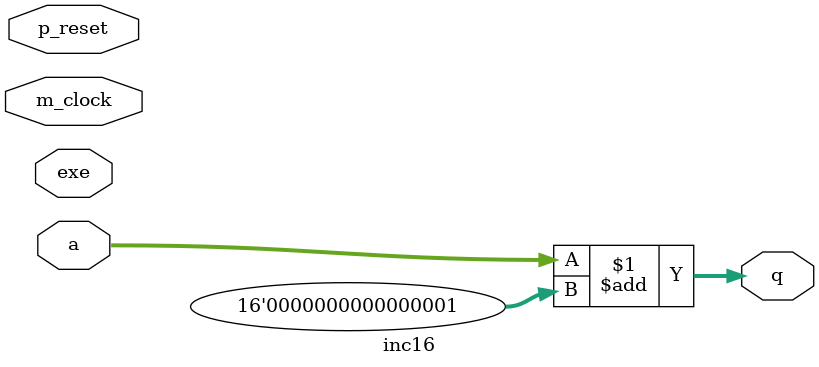
<source format=v>
/*
 Produced by NSL Core(version=20151214), IP ARCH, Inc. Tue Mar 29 22:50:00 2016
 Licensed to :EVALUATION USER
*/
/*
 DO NOT USE ANY PART OF THIS FILE FOR COMMERCIAL PRODUCTS. 
*/

module comet ( p_reset , m_clock , datai , datao , adrs , memory_read , memory_write , hlt , start , ext_int );
  input p_reset, m_clock;
  wire p_reset, m_clock;
  input [15:0] datai;
  wire [15:0] datai;
  output [15:0] datao;
  wire [15:0] datao;
  output [15:0] adrs;
  wire [15:0] adrs;
  output memory_read;
  wire memory_read;
  output memory_write;
  wire memory_write;
  output hlt;
  wire hlt;
  input start;
  wire start;
  input ext_int;
  wire ext_int;
  reg [15:0] pr;
  reg [3:0] _opreg_r2;
  reg [3:0] _opreg_r1;
  reg [3:0] _opreg_sop;
  reg [3:0] _opreg_mop;
  reg [15:0] mar;
  reg [15:0] mdr;
  reg [3:0] regnum;
  reg qf;
  reg oof;
  reg sf;
  reg zf;
  reg ei0;
  reg ei1;
  reg ei2;
  wire [15:0] flag;
  wire [15:0] flagi;
  wire set_flag;
  reg ifetch;
  reg decode;
  reg oaddr;
  reg oload;
  reg exec;
  reg wb;
  reg wt;
  reg push;
  reg pop;
  reg call;
  reg ret;
  reg svc;
  reg reti;
  reg int_req;
  reg pushf;
  reg popf;
  wire [7:0] op;
  wire br;
  wire [15:0] _alu_a;
  wire [15:0] _alu_b;
  wire [3:0] _alu_f;
  wire [15:0] _alu_q;
  wire _alu_ov;
  wire _alu_exe;
  wire _alu_p_reset;
  wire _alu_m_clock;
  wire [15:0] _gr_regin;
  wire [15:0] _gr_regouta;
  wire [15:0] _gr_regoutb;
  wire [3:0] _gr_n_regin;
  wire [3:0] _gr_n_regouta;
  wire [3:0] _gr_n_regoutb;
  wire _gr_write;
  wire _gr_reada;
  wire _gr_readb;
  wire _gr_p_reset;
  wire _gr_m_clock;
  wire [15:0] _inc_a;
  wire [15:0] _inc_q;
  wire _inc_exe;
  wire _inc_p_reset;
  wire _inc_m_clock;
  wire _proc_ifetch_set;
  wire _proc_ifetch_reset;
  wire _net_0;
  wire _proc_decode_set;
  wire _proc_decode_reset;
  wire _net_1;
  wire _proc_oaddr_set;
  wire _proc_oaddr_reset;
  wire _net_2;
  wire _proc_oload_set;
  wire _proc_oload_reset;
  wire _net_3;
  wire _proc_exec_set;
  wire _proc_exec_reset;
  wire _net_4;
  wire _proc_wb_set;
  wire _proc_wb_reset;
  wire _net_5;
  wire _proc_wt_set;
  wire _proc_wt_reset;
  wire _net_6;
  wire _proc_popf_set;
  wire _proc_popf_reset;
  wire _net_7;
  wire _proc_pushf_set;
  wire _proc_pushf_reset;
  wire _net_8;
  wire _proc_int_req_set;
  wire _proc_int_req_reset;
  wire _net_9;
  wire _proc_reti_set;
  wire _proc_reti_reset;
  wire _net_10;
  wire _proc_svc_set;
  wire _proc_svc_reset;
  wire _net_11;
  wire _proc_ret_set;
  wire _proc_ret_reset;
  wire _net_12;
  wire _proc_call_set;
  wire _proc_call_reset;
  wire _net_13;
  wire _proc_pop_set;
  wire _proc_pop_reset;
  wire _net_14;
  wire _proc_push_set;
  wire _proc_push_reset;
  wire _net_15;
  wire [3:0] _net_16;
  wire _net_17;
  wire _net_18;
  wire _net_19;
  wire _net_20;
  wire _net_21;
  wire _net_22;
  wire _net_23;
  wire [15:0] _net_24;
  wire _net_25;
  wire _net_26;
  wire _net_27;
  wire _net_28;
  wire _net_29;
  wire _net_30;
  wire _net_31;
  wire _net_32;
  wire _net_33;
  wire _net_34;
  wire _net_35;
  wire _net_36;
  wire _net_37;
  wire _net_38;
  wire _net_39;
  wire _net_40;
  wire _net_41;
  wire _net_42;
  wire _net_43;
  wire _net_44;
  wire _net_45;
  wire _net_46;
  wire _net_47;
  wire _net_48;
  wire _net_49;
  wire _net_50;
  wire _net_51;
  wire _net_52;
  wire _net_53;
  wire _net_54;
  wire _net_55;
  wire _net_56;
  wire _net_57;
  wire _net_58;
  wire _net_59;
  wire _net_60;
  wire _net_61;
  wire _net_62;
  wire _net_63;
  wire _net_64;
  wire _net_65;
  wire _net_66;
  wire _net_67;
  wire _net_68;
  wire _net_69;
  wire _net_70;
  wire _net_71;
  wire _net_72;
  wire _net_73;
  wire _net_74;
  wire _net_75;
  wire _net_76;
  wire _net_77;
  wire _net_78;
  wire _net_79;
  wire _net_80;
  wire _net_81;
  wire _net_82;
  wire _net_83;
  wire _net_84;
  wire _net_85;
  wire _net_86;
  wire _net_87;
  wire _net_88;
  wire _net_89;
  wire _net_90;
  wire _net_91;
  wire _net_92;
  wire _net_93;
  wire _net_94;
  wire _net_95;
  wire _net_96;
  wire _net_97;
  wire _net_98;
  wire _net_99;
  wire _net_100;
  wire _net_101;
  wire _net_102;
  wire _net_103;
  wire _net_104;
  wire _net_105;
  wire _net_106;
  wire _net_107;
  wire _net_108;
  wire _net_109;
  wire _net_110;
  wire _net_111;
  wire _net_112;
  wire _net_113;
  wire _net_114;
  wire _net_115;
  wire _net_116;
  wire _net_117;
  wire _net_118;
  wire _net_119;
  wire _net_120;
  wire _net_121;
  wire _net_122;
  wire _net_123;
  wire [7:0] _net_124;
  wire _net_125;
  wire _net_126;
  wire _net_127;
  wire _net_128;
  wire _net_129;
  wire _net_130;
  wire _net_131;
  wire _net_132;
  wire _net_133;
  wire _net_134;
  wire _net_135;
  wire _net_136;
  wire _net_137;
  wire _net_138;
  wire _net_139;
  wire _net_140;
  wire _net_141;
  wire _net_142;
  wire _net_143;
  wire _net_144;
  wire _net_145;
  wire _net_146;
  wire _net_147;
  wire _net_148;
  wire _net_149;
  wire _net_150;
  wire _net_151;
  wire _net_152;
  wire _net_153;
  wire _net_154;
  wire _net_155;
  wire _net_156;
  wire _net_157;
  wire _net_158;
  wire _net_159;
  wire _net_160;
  wire _net_161;
  wire _net_162;
  wire _net_163;
  wire _net_164;
  wire _net_165;
  wire _net_166;
  wire _net_167;
  wire _net_168;
  wire _net_169;
  wire _net_170;
  wire _net_171;
  wire _net_172;
  wire _net_173;
  wire _net_174;
  wire _net_175;
  wire _net_176;
  wire _net_177;
  wire _net_178;
  wire _net_179;
  wire _net_180;
  wire _net_181;
  wire _net_182;
  wire _net_183;
  wire _net_184;
  wire _net_185;
  wire _net_186;
  wire _net_187;
  wire _net_188;
  wire _net_189;
  wire _net_190;
  wire _net_191;
  wire _net_192;
  wire _net_193;
  wire _net_194;
  wire _net_195;
  wire _net_196;
  wire _net_197;
  wire _net_198;
  wire _net_199;
  wire _net_200;
  wire _net_201;
  wire _net_202;
  wire _net_203;
  wire _net_204;
  wire _net_205;
  wire _net_206;
  wire _net_207;
  wire _net_208;
  wire _net_209;
  wire _net_210;
  wire _net_211;
  wire _net_212;
  wire _net_213;
  wire _net_214;
  wire _net_215;
  wire _net_216;
  wire _net_217;
  wire _net_218;
  wire _net_219;
  wire _net_220;
  wire _net_221;
  wire _net_222;
  wire _net_223;
  wire _net_224;
  wire _net_225;
  wire _net_226;
  wire _net_227;
  wire _net_228;
  wire _net_229;
  wire _net_230;
  wire _net_231;
  wire _net_232;
  wire _net_233;
  wire _net_234;
  wire _net_235;
  wire _net_236;
  wire _net_237;
  wire _net_238;
  wire _net_239;
  wire _net_240;
  wire _net_241;
  wire _net_242;
  wire _net_243;
  wire _net_244;
  wire _net_245;
  wire _net_246;
  wire _net_247;
  wire _net_248;
  wire _net_249;
  wire _net_250;
  wire _net_251;
  wire _net_252;
  wire _net_253;
  wire _net_254;
  wire _net_255;
  wire _net_256;
  wire _net_257;
  wire _net_258;
  wire _net_259;
  wire _net_260;
  wire _net_261;
  wire _net_262;
  wire _net_263;
  wire _net_264;
  wire _net_265;
  wire _net_266;
  wire _net_267;
  wire _net_268;
  wire _net_269;
  wire _net_270;
  wire _net_271;
  wire _net_272;
  wire _net_273;
  wire _net_274;
  wire _net_275;
  wire _net_276;
  wire _net_277;
  wire _net_278;
  wire _net_279;
  wire _net_280;
  wire _net_281;
  wire _net_282;
  wire _net_283;
  wire _net_284;
  wire _net_285;
  wire _net_286;
  wire _net_287;
  wire _net_288;
  wire _net_289;
  wire _net_290;
  wire _net_291;
  wire _net_292;
  wire _net_293;
  wire _net_294;
  wire _net_295;
  wire _net_296;
  wire _net_297;
  wire _net_298;
  wire _net_299;
  wire _net_300;
  wire _net_301;
  wire _net_302;
  wire _net_303;
  wire _net_304;
  wire _net_305;
  wire _net_306;
  reg _reg_307;
  reg _reg_308;
  reg _reg_309;
  wire _net_310;
  wire _net_311;
  wire _net_312;
  wire _net_313;
  wire _net_314;
  wire _net_315;
  wire _net_316;
  wire _net_317;
  wire _net_318;
  wire _net_319;
  wire _net_320;
  wire _net_321;
  wire _net_322;
  wire _net_323;
  reg _reg_324;
  reg _reg_325;
  reg _reg_326;
  wire _net_327;
  wire _net_328;
  wire _net_329;
  wire _net_330;
  wire _net_331;
  wire _net_332;
  wire _net_333;
  wire _net_334;
  wire _net_335;
  wire _net_336;
  wire _net_337;
  wire _net_338;
  reg _reg_339;
  reg _reg_340;
  reg _reg_341;
  wire _net_342;
  wire _net_343;
  wire _net_344;
  wire _net_345;
  wire _net_346;
  wire _net_347;
  wire _net_348;
  wire _net_349;
  wire _net_350;
  wire _net_351;
  wire _net_352;
  wire _net_353;
  wire _net_354;
  wire _net_355;
  reg _reg_356;
  reg _reg_357;
  reg _reg_358;
  wire _net_359;
  wire _net_360;
  wire _net_361;
  wire _net_362;
  wire _net_363;
  wire _net_364;
  wire _net_365;
  wire _net_366;
  wire _net_367;
  wire _net_368;
  wire _net_369;
  wire _net_370;
  wire _net_371;
  wire _net_372;
  wire _net_373;
  reg _reg_374;
  reg _reg_375;
  reg _reg_376;
  wire _net_377;
  wire _net_378;
  wire _net_379;
  wire _net_380;
  wire _net_381;
  wire _net_382;
  wire _net_383;
  wire _net_384;
  wire _net_385;
  wire _net_386;
  wire _net_387;
  wire _net_388;
  wire _net_389;
  wire _net_390;
  reg _reg_391;
  reg _reg_392;
  reg _reg_393;
  wire _net_394;
  wire _net_395;
  wire _net_396;
  wire _net_397;
  wire _net_398;
  wire _net_399;
  wire _net_400;
  wire _net_401;
  wire _net_402;
  wire _net_403;
  wire _net_404;
  wire _net_405;
  wire _net_406;
  wire _net_407;
  reg _reg_408;
  reg _reg_409;
  reg _reg_410;
  reg _reg_411;
  reg _reg_412;
  reg _reg_413;
  wire _net_414;
  wire _net_415;
  wire _net_416;
  wire _net_417;
  wire _net_418;
  wire _net_419;
  wire _net_420;
  wire _net_421;
  wire _net_422;
  wire _net_423;
  wire _net_424;
  wire _net_425;
  wire _net_426;
  wire _net_427;
  wire _net_428;
  wire _net_429;
  wire _net_430;
  wire _net_431;
  wire _net_432;
  wire _net_433;
  wire _net_434;
  wire _net_435;
  wire _net_436;
  wire _net_437;
  wire _net_438;
  wire _net_439;
  wire _net_440;
  wire _net_441;
  wire _net_442;
  wire _net_443;
  wire _net_444;
  wire _net_445;
  wire _net_446;
  wire _net_447;
  reg _reg_448;
  reg _reg_449;
  reg _reg_450;
  wire _net_451;
  wire _net_452;
  wire _net_453;
  wire _net_454;
  wire _net_455;
  wire _net_456;
  wire _net_457;
  wire _net_458;
  wire _net_459;
  wire _net_460;
  wire _net_461;
  wire _net_462;
  wire _net_463;
  wire _net_464;
  wire _net_465;
  wire _net_466;
  wire _net_467;
  wire _net_468;
  wire _net_469;
  wire _net_470;
  wire _net_471;
  wire _net_472;
  wire _net_473;
  wire _net_474;
  wire _net_475;
  wire _net_476;
  wire _net_477;
  reg _reg_478;
  reg _reg_479;
  reg _reg_480;
  reg _reg_481;
  reg _reg_482;
  wire _net_483;
  wire _net_484;
  wire _net_485;
  wire _net_486;
  wire _net_487;
  wire _net_488;
  wire _net_489;
  wire _net_490;
  wire _net_491;
  wire _net_492;
  wire _net_493;
  wire _net_494;
  wire _net_495;
  wire _net_496;
  wire _net_497;
  wire _net_498;
  wire _net_499;
  wire _net_500;
  wire _net_501;
  wire _net_502;
  wire _net_503;
  wire _net_504;
  wire _net_505;
  wire _net_506;
  wire _net_507;
  wire _net_508;
  wire _net_509;
  wire _net_510;
  wire _net_511;
inc16 inc (.m_clock(m_clock), .p_reset(p_reset), .exe(_inc_exe), .q(_inc_q), .a(_inc_a));
reg16 gr (.m_clock(m_clock), .p_reset(p_reset), .readb(_gr_readb), .reada(_gr_reada), .write(_gr_write), .n_regoutb(_gr_n_regoutb), .n_regouta(_gr_n_regouta), .n_regin(_gr_n_regin), .regoutb(_gr_regoutb), .regouta(_gr_regouta), .regin(_gr_regin));
alu16 alu (.m_clock(m_clock), .p_reset(p_reset), .exe(_alu_exe), .ov(_alu_ov), .q(_alu_q), .f(_alu_f), .b(_alu_b), .a(_alu_a));

   assign  flag = ({1'b1,qf,11'b00000000000,oof,sf,zf});
   assign  flagi = datai;
   assign  set_flag = (_net_454|_net_365);
   assign  op = _net_124;
   assign  br = ((((((_opreg_sop==4'b0100)|((_opreg_sop==4'b0001)&sf))|((_opreg_sop==4'b0010)&(~zf)))|((_opreg_sop==4'b0011)&zf))|(((_opreg_sop==4'b0101)&(~zf))&(~sf)))|((_opreg_sop==4'b0110)&oof));
   assign  _alu_a = (((_net_505|(_net_497|(_net_469|(_net_461|(_net_440|(_net_432|(_net_423|(_net_398|(_net_386|(_net_363|(_net_351|(_net_331|_net_319)))))))))))))?_gr_regouta:16'b0)|
    (((_net_295|(_net_285|(_net_275|(_net_265|(_net_255|(_net_245|(_net_235|(_net_225|(_net_215|(_net_205|(_net_195|(_net_185|_net_175)))))))))))))?mdr:16'b0)|
    ((_net_134)?pr:16'b0)|
    (((_net_85|_net_70))?mar:16'b0);
   assign  _alu_b = (((_net_422|(_net_294|(_net_284|(_net_274|(_net_264|(_net_254|(_net_244|(_net_234|(_net_224|(_net_214|(_net_204|(_net_194|(_net_184|_net_174))))))))))))))?mar:16'b0)|
    (((_net_505|(_net_497|(_net_469|(_net_461|(_net_440|(_net_432|(_net_398|(_net_386|(_net_363|(_net_351|(_net_331|(_net_319|_net_133)))))))))))))?16'b0000000000000001:16'b0)|
    (((_net_84|_net_69))?mdr:16'b0);
   assign  _alu_f = ((_net_296)?4'b0001:4'b0)|
    ((_net_256)?4'b0101:4'b0)|
    ((_net_246)?4'b0110:4'b0)|
    ((_net_236)?4'b0111:4'b0)|
    (((_net_286|_net_226))?4'b0010:4'b0)|
    ((_net_206)?4'b1000:4'b0)|
    ((_net_196)?4'b1001:4'b0)|
    ((_net_186)?4'b1010:4'b0)|
    ((_net_176)?4'b1011:4'b0)|
    (((_net_505|(_net_497|(_net_440|(_net_432|(_net_386|(_net_351|(_net_319|(_net_266|(_net_216|_net_135))))))))))?4'b0100:4'b0)|
    (((_net_469|(_net_461|(_net_424|(_net_398|(_net_363|(_net_331|(_net_276|(_net_86|_net_71)))))))))?4'b0011:4'b0);
   assign  _alu_exe = (_net_505|(_net_497|(_net_469|(_net_461|(_net_440|(_net_432|(_net_421|(_net_398|(_net_386|(_net_363|(_net_351|(_net_331|(_net_319|(_net_293|(_net_283|(_net_273|(_net_263|(_net_253|(_net_243|(_net_233|(_net_223|(_net_213|(_net_203|(_net_193|(_net_183|(_net_173|(_net_132|(_net_83|_net_68))))))))))))))))))))))))))));
   assign  _alu_p_reset = p_reset;
   assign  _alu_m_clock = m_clock;
   assign  _gr_regin = ((wb)?mdr:16'b0)|
    ((_net_334)?datai:16'b0)|
    (((_net_505|(_net_497|(_net_469|(_net_461|(_net_440|(_net_432|(_net_398|(_net_386|(_net_363|(_net_351|(_net_331|_net_319))))))))))))?_alu_q:16'b0)|
    ((_net_92)?mar:16'b0);
   assign  _gr_n_regin = ((wb)?regnum:4'b0)|
    (((_net_506|(_net_498|(_net_470|(_net_462|(_net_441|(_net_433|(_net_399|(_net_387|(_net_364|(_net_352|(_net_332|_net_320))))))))))))?4'b1111:4'b0)|
    (((_net_335|_net_93))?_opreg_r1:4'b0);
   assign  _gr_n_regouta = (((_net_486|_net_420))?4'b1110:4'b0)|
    (((_net_505|(_net_502|(_net_497|(_net_494|(_net_464|(_net_456|(_net_440|(_net_437|(_net_432|(_net_429|(_net_401|(_net_398|(_net_386|(_net_383|(_net_367|(_net_363|(_net_351|(_net_348|(_net_334|(_net_331|(_net_319|_net_316))))))))))))))))))))))?4'b1111:4'b0)|
    (((_net_122|(_net_101|_net_55)))?_opreg_r1:4'b0);
   assign  _gr_n_regoutb = (((_net_74|_net_64))?_opreg_r1:4'b0)|
    (((_net_304|(_net_52|_net_41)))?_opreg_r2:4'b0);
   assign  _gr_write = (_net_504|(_net_496|(wb|(_net_468|(_net_460|(_net_439|(_net_431|(_net_397|(_net_385|(_net_362|(_net_350|(_net_333|(_net_330|(_net_318|_net_91))))))))))))));
   assign  _gr_reada = (_net_505|(_net_501|(_net_497|(_net_493|(_net_485|(_net_463|(_net_455|(_net_440|(_net_436|(_net_432|(_net_428|(_net_419|(_net_400|(_net_398|(_net_386|(_net_382|(_net_366|(_net_363|(_net_351|(_net_347|(_net_334|(_net_331|(_net_319|(_net_315|(_net_121|(_net_100|_net_54))))))))))))))))))))))))));
   assign  _gr_readb = (_net_303|(_net_73|(_net_63|(_net_51|_net_40))));
   assign  _gr_p_reset = p_reset;
   assign  _gr_m_clock = m_clock;
   assign  _inc_a = pr;
   assign  _inc_exe = (_net_46|_net_30);
   assign  _inc_p_reset = p_reset;
   assign  _inc_m_clock = m_clock;
   assign  _proc_ifetch_set = (_net_484|(wt|(wb|(_net_451|(_net_414|(_net_394|(_net_377|(_net_359|(_net_342|(_net_327|(_net_310|(_net_167|(_net_164|(_net_131|(_net_105|(_net_95|(_net_35|start)))))))))))))))));
   assign  _proc_ifetch_reset = (_net_20|_net_18);
   assign  _net_0 = (_proc_ifetch_set|_proc_ifetch_reset);
   assign  _proc_decode_set = _net_21;
   assign  _proc_decode_reset = (_net_49|(_net_38|_net_34));
   assign  _net_1 = (_proc_decode_set|_proc_decode_reset);
   assign  _proc_oaddr_set = _net_39;
   assign  _proc_oaddr_reset = (_net_81|(_net_78|(_net_66|_net_60)));
   assign  _net_2 = (_proc_oaddr_set|_proc_oaddr_reset);
   assign  _proc_oload_set = (_net_82|_net_79);
   assign  _proc_oload_reset = (_net_116|(_net_109|(_net_104|_net_94)));
   assign  _net_3 = (_proc_oload_set|_proc_oload_reset);
   assign  _proc_exec_set = (_net_117|(_net_67|(_net_61|_net_50)));
   assign  _proc_exec_reset = (_net_300|(_net_290|(_net_280|(_net_270|(_net_260|(_net_250|(_net_240|(_net_230|(_net_220|(_net_210|(_net_200|(_net_190|(_net_180|(_net_170|(_net_166|(_net_163|(_net_159|(_net_156|(_net_153|(_net_150|(_net_147|(_net_144|(_net_141|(_net_138|_net_130))))))))))))))))))))))));
   assign  _net_4 = (_proc_exec_set|_proc_exec_reset);
   assign  _proc_wb_set = (_net_301|(_net_291|(_net_281|(_net_271|(_net_261|(_net_251|(_net_241|(_net_231|(_net_201|(_net_191|(_net_181|(_net_171|_net_110))))))))))));
   assign  _proc_wb_reset = wb;
   assign  _net_5 = (_proc_wb_set|_proc_wb_reset);
   assign  _proc_wt_set = (_net_221|_net_211);
   assign  _proc_wt_reset = wt;
   assign  _net_6 = (_proc_wt_set|_proc_wt_reset);
   assign  _proc_popf_set = _net_151;
   assign  _proc_popf_reset = _net_361;
   assign  _net_7 = (_proc_popf_set|_proc_popf_reset);
   assign  _proc_pushf_set = _net_154;
   assign  _proc_pushf_reset = _net_344;
   assign  _net_8 = (_proc_pushf_set|_proc_pushf_reset);
   assign  _proc_int_req_set = _net_19;
   assign  _proc_int_req_reset = _net_490;
   assign  _net_9 = (_proc_int_req_set|_proc_int_req_reset);
   assign  _proc_reti_set = _net_139;
   assign  _proc_reti_reset = _net_453;
   assign  _net_10 = (_proc_reti_set|_proc_reti_reset);
   assign  _proc_svc_set = _net_142;
   assign  _proc_svc_reset = _net_418;
   assign  _net_11 = (_proc_svc_set|_proc_svc_reset);
   assign  _proc_ret_set = _net_145;
   assign  _proc_ret_reset = _net_396;
   assign  _net_12 = (_proc_ret_set|_proc_ret_reset);
   assign  _proc_call_set = _net_148;
   assign  _proc_call_reset = _net_379;
   assign  _net_13 = (_proc_call_set|_proc_call_reset);
   assign  _proc_pop_set = _net_157;
   assign  _proc_pop_reset = _net_329;
   assign  _net_14 = (_proc_pop_set|_proc_pop_reset);
   assign  _proc_push_set = _net_160;
   assign  _proc_push_reset = _net_312;
   assign  _net_15 = (_proc_push_set|_proc_push_reset);
   assign  _net_16 = ({(flagi[14]),(flagi[2]),(flagi[1]),(flagi[0])});
   assign  _net_17 = (qf&ei2);
   assign  _net_18 = (ifetch&_net_17);
   assign  _net_19 = (ifetch&_net_17);
   assign  _net_20 = (ifetch&(~_net_17));
   assign  _net_21 = (ifetch&(~_net_17));
   assign  _net_22 = (ifetch&(~_net_17));
   assign  _net_23 = (ifetch&(~_net_17));
   assign  _net_24 = datai;
   assign  _net_25 = (ifetch&(~_net_17));
   assign  _net_26 = (ifetch&(~_net_17));
   assign  _net_27 = (ifetch&(~_net_17));
   assign  _net_28 = (ifetch&(~_net_17));
   assign  _net_29 = (ifetch&(~_net_17));
   assign  _net_30 = (ifetch&(~_net_17));
   assign  _net_31 = (ifetch&(~_net_17));
   assign  _net_32 = (ifetch&(~_net_17));
   assign  _net_33 = (_opreg_mop==4'b0000);
   assign  _net_34 = (decode&_net_33);
   assign  _net_35 = (decode&_net_33);
   assign  _net_36 = (decode&_net_33);
   assign  _net_37 = ((((((_opreg_mop==4'b1111)&(_opreg_sop==4'b0000))|(_opreg_mop==4'b0110))|(_opreg_mop==4'b0101))|(((((_opreg_mop==4'b0001)|(_opreg_mop==4'b0010))|(_opreg_mop==4'b0011))|(_opreg_mop==4'b0100))&((_opreg_sop[2])==1'b0)))|(((_opreg_mop==4'b0111)|(_opreg_mop==4'b1000))&(_opreg_sop==4'b0000)));
   assign  _net_38 = (decode&_net_37);
   assign  _net_39 = (decode&_net_37);
   assign  _net_40 = (decode&_net_37);
   assign  _net_41 = (decode&_net_37);
   assign  _net_42 = (decode&_net_37);
   assign  _net_43 = (decode&_net_37);
   assign  _net_44 = (decode&_net_37);
   assign  _net_45 = (decode&_net_37);
   assign  _net_46 = (decode&_net_37);
   assign  _net_47 = (decode&_net_37);
   assign  _net_48 = (decode&_net_37);
   assign  _net_49 = ((decode&(~_net_33))&(~_net_37));
   assign  _net_50 = ((decode&(~_net_33))&(~_net_37));
   assign  _net_51 = ((decode&(~_net_33))&(~_net_37));
   assign  _net_52 = ((decode&(~_net_33))&(~_net_37));
   assign  _net_53 = ((decode&(~_net_33))&(~_net_37));
   assign  _net_54 = ((decode&(~_net_33))&(~_net_37));
   assign  _net_55 = ((decode&(~_net_33))&(~_net_37));
   assign  _net_56 = ((decode&(~_net_33))&(~_net_37));
   assign  _net_57 = (((((_opreg_mop==4'b1111)|(_opreg_mop==4'b1000))|(_opreg_mop==4'b0111))|(_opreg_mop==4'b0110))|(_opreg_mop==4'b0101));
   assign  _net_58 = (_opreg_r2==4'b0000);
   assign  _net_59 = (oaddr&_net_57);
   assign  _net_60 = ((oaddr&_net_57)&_net_58);
   assign  _net_61 = ((oaddr&_net_57)&_net_58);
   assign  _net_62 = ((oaddr&_net_57)&_net_58);
   assign  _net_63 = ((oaddr&_net_57)&_net_58);
   assign  _net_64 = ((oaddr&_net_57)&_net_58);
   assign  _net_65 = ((oaddr&_net_57)&_net_58);
   assign  _net_66 = ((oaddr&_net_57)&(~_net_58));
   assign  _net_67 = ((oaddr&_net_57)&(~_net_58));
   assign  _net_68 = ((oaddr&_net_57)&(~_net_58));
   assign  _net_69 = ((oaddr&_net_57)&(~_net_58));
   assign  _net_70 = ((oaddr&_net_57)&(~_net_58));
   assign  _net_71 = ((oaddr&_net_57)&(~_net_58));
   assign  _net_72 = ((oaddr&_net_57)&(~_net_58));
   assign  _net_73 = ((oaddr&_net_57)&(~_net_58));
   assign  _net_74 = ((oaddr&_net_57)&(~_net_58));
   assign  _net_75 = ((oaddr&_net_57)&(~_net_58));
   assign  _net_76 = (_opreg_r2==4'b0000);
   assign  _net_77 = (oaddr&(~_net_57));
   assign  _net_78 = ((oaddr&(~_net_57))&_net_76);
   assign  _net_79 = ((oaddr&(~_net_57))&_net_76);
   assign  _net_80 = ((oaddr&(~_net_57))&_net_76);
   assign  _net_81 = ((oaddr&(~_net_57))&(~_net_76));
   assign  _net_82 = ((oaddr&(~_net_57))&(~_net_76));
   assign  _net_83 = ((oaddr&(~_net_57))&(~_net_76));
   assign  _net_84 = ((oaddr&(~_net_57))&(~_net_76));
   assign  _net_85 = ((oaddr&(~_net_57))&(~_net_76));
   assign  _net_86 = ((oaddr&(~_net_57))&(~_net_76));
   assign  _net_87 = ((oaddr&(~_net_57))&(~_net_76));
   assign  _net_88 = (_opreg_mop==4'b0001);
   assign  _net_89 = (_opreg_sop==4'b0010);
   assign  _net_90 = (oload&_net_88);
   assign  _net_91 = ((oload&_net_88)&_net_89);
   assign  _net_92 = ((oload&_net_88)&_net_89);
   assign  _net_93 = ((oload&_net_88)&_net_89);
   assign  _net_94 = ((oload&_net_88)&_net_89);
   assign  _net_95 = ((oload&_net_88)&_net_89);
   assign  _net_96 = ((oload&_net_88)&_net_89);
   assign  _net_97 = (_opreg_sop==4'b0001);
   assign  _net_98 = (oload&_net_88);
   assign  _net_99 = ((oload&_net_88)&_net_97);
   assign  _net_100 = ((oload&_net_88)&_net_97);
   assign  _net_101 = ((oload&_net_88)&_net_97);
   assign  _net_102 = ((oload&_net_88)&_net_97);
   assign  _net_103 = ((oload&_net_88)&_net_97);
   assign  _net_104 = ((oload&_net_88)&_net_97);
   assign  _net_105 = ((oload&_net_88)&_net_97);
   assign  _net_106 = ((oload&_net_88)&_net_97);
   assign  _net_107 = (_opreg_sop==4'b0000);
   assign  _net_108 = (oload&_net_88);
   assign  _net_109 = ((oload&_net_88)&_net_107);
   assign  _net_110 = ((oload&_net_88)&_net_107);
   assign  _net_111 = ((oload&_net_88)&_net_107);
   assign  _net_112 = ((oload&_net_88)&_net_107);
   assign  _net_113 = ((oload&_net_88)&_net_107);
   assign  _net_114 = ((oload&_net_88)&_net_107);
   assign  _net_115 = ((oload&_net_88)&_net_107);
   assign  _net_116 = (oload&(~_net_88));
   assign  _net_117 = (oload&(~_net_88));
   assign  _net_118 = (oload&(~_net_88));
   assign  _net_119 = (oload&(~_net_88));
   assign  _net_120 = (oload&(~_net_88));
   assign  _net_121 = (oload&(~_net_88));
   assign  _net_122 = (oload&(~_net_88));
   assign  _net_123 = (oload&(~_net_88));
   assign  _net_124 = ((_net_127)?({_opreg_mop,_opreg_sop}):8'b0)|
    ((_net_126)?({_opreg_mop,(_opreg_sop&4'b0011)}):8'b0);
   assign  _net_125 = (_opreg_mop < 4'b0101);
   assign  _net_126 = (exec&_net_125);
   assign  _net_127 = (exec&(~_net_125));
   assign  _net_128 = (op==8'b11110010);
   assign  _net_129 = (exec&_net_128);
   assign  _net_130 = (exec&_net_128);
   assign  _net_131 = (exec&_net_128);
   assign  _net_132 = (exec&_net_128);
   assign  _net_133 = (exec&_net_128);
   assign  _net_134 = (exec&_net_128);
   assign  _net_135 = (exec&_net_128);
   assign  _net_136 = (exec&_net_128);
   assign  _net_137 = (op==8'b11110001);
   assign  _net_138 = (exec&_net_137);
   assign  _net_139 = (exec&_net_137);
   assign  _net_140 = (op==8'b11110000);
   assign  _net_141 = (exec&_net_140);
   assign  _net_142 = (exec&_net_140);
   assign  _net_143 = (op==8'b10000001);
   assign  _net_144 = (exec&_net_143);
   assign  _net_145 = (exec&_net_143);
   assign  _net_146 = (op==8'b10000000);
   assign  _net_147 = (exec&_net_146);
   assign  _net_148 = (exec&_net_146);
   assign  _net_149 = (op==8'b01110011);
   assign  _net_150 = (exec&_net_149);
   assign  _net_151 = (exec&_net_149);
   assign  _net_152 = (op==8'b01110010);
   assign  _net_153 = (exec&_net_152);
   assign  _net_154 = (exec&_net_152);
   assign  _net_155 = (op==8'b01110001);
   assign  _net_156 = (exec&_net_155);
   assign  _net_157 = (exec&_net_155);
   assign  _net_158 = (op==8'b01110000);
   assign  _net_159 = (exec&_net_158);
   assign  _net_160 = (exec&_net_158);
   assign  _net_161 = (_opreg_mop==4'b0110);
   assign  _net_162 = (exec&_net_161);
   assign  _net_163 = ((exec&_net_161)&br);
   assign  _net_164 = ((exec&_net_161)&br);
   assign  _net_165 = ((exec&_net_161)&br);
   assign  _net_166 = ((exec&_net_161)&(~br));
   assign  _net_167 = ((exec&_net_161)&(~br));
   assign  _net_168 = ((exec&_net_161)&(~br));
   assign  _net_169 = (op==8'b01010011);
   assign  _net_170 = (exec&_net_169);
   assign  _net_171 = (exec&_net_169);
   assign  _net_172 = (exec&_net_169);
   assign  _net_173 = (exec&_net_169);
   assign  _net_174 = (exec&_net_169);
   assign  _net_175 = (exec&_net_169);
   assign  _net_176 = (exec&_net_169);
   assign  _net_177 = (exec&_net_169);
   assign  _net_178 = (exec&_net_169);
   assign  _net_179 = (op==8'b01010010);
   assign  _net_180 = (exec&_net_179);
   assign  _net_181 = (exec&_net_179);
   assign  _net_182 = (exec&_net_179);
   assign  _net_183 = (exec&_net_179);
   assign  _net_184 = (exec&_net_179);
   assign  _net_185 = (exec&_net_179);
   assign  _net_186 = (exec&_net_179);
   assign  _net_187 = (exec&_net_179);
   assign  _net_188 = (exec&_net_179);
   assign  _net_189 = (op==8'b01010001);
   assign  _net_190 = (exec&_net_189);
   assign  _net_191 = (exec&_net_189);
   assign  _net_192 = (exec&_net_189);
   assign  _net_193 = (exec&_net_189);
   assign  _net_194 = (exec&_net_189);
   assign  _net_195 = (exec&_net_189);
   assign  _net_196 = (exec&_net_189);
   assign  _net_197 = (exec&_net_189);
   assign  _net_198 = (exec&_net_189);
   assign  _net_199 = (op==8'b01010000);
   assign  _net_200 = (exec&_net_199);
   assign  _net_201 = (exec&_net_199);
   assign  _net_202 = (exec&_net_199);
   assign  _net_203 = (exec&_net_199);
   assign  _net_204 = (exec&_net_199);
   assign  _net_205 = (exec&_net_199);
   assign  _net_206 = (exec&_net_199);
   assign  _net_207 = (exec&_net_199);
   assign  _net_208 = (exec&_net_199);
   assign  _net_209 = (op==8'b01000001);
   assign  _net_210 = (exec&_net_209);
   assign  _net_211 = (exec&_net_209);
   assign  _net_212 = (exec&_net_209);
   assign  _net_213 = (exec&_net_209);
   assign  _net_214 = (exec&_net_209);
   assign  _net_215 = (exec&_net_209);
   assign  _net_216 = (exec&_net_209);
   assign  _net_217 = (exec&_net_209);
   assign  _net_218 = (exec&_net_209);
   assign  _net_219 = (op==8'b01000000);
   assign  _net_220 = (exec&_net_219);
   assign  _net_221 = (exec&_net_219);
   assign  _net_222 = (exec&_net_219);
   assign  _net_223 = (exec&_net_219);
   assign  _net_224 = (exec&_net_219);
   assign  _net_225 = (exec&_net_219);
   assign  _net_226 = (exec&_net_219);
   assign  _net_227 = (exec&_net_219);
   assign  _net_228 = (exec&_net_219);
   assign  _net_229 = (op==8'b00110010);
   assign  _net_230 = (exec&_net_229);
   assign  _net_231 = (exec&_net_229);
   assign  _net_232 = (exec&_net_229);
   assign  _net_233 = (exec&_net_229);
   assign  _net_234 = (exec&_net_229);
   assign  _net_235 = (exec&_net_229);
   assign  _net_236 = (exec&_net_229);
   assign  _net_237 = (exec&_net_229);
   assign  _net_238 = (exec&_net_229);
   assign  _net_239 = (op==8'b00110001);
   assign  _net_240 = (exec&_net_239);
   assign  _net_241 = (exec&_net_239);
   assign  _net_242 = (exec&_net_239);
   assign  _net_243 = (exec&_net_239);
   assign  _net_244 = (exec&_net_239);
   assign  _net_245 = (exec&_net_239);
   assign  _net_246 = (exec&_net_239);
   assign  _net_247 = (exec&_net_239);
   assign  _net_248 = (exec&_net_239);
   assign  _net_249 = (op==8'b00110000);
   assign  _net_250 = (exec&_net_249);
   assign  _net_251 = (exec&_net_249);
   assign  _net_252 = (exec&_net_249);
   assign  _net_253 = (exec&_net_249);
   assign  _net_254 = (exec&_net_249);
   assign  _net_255 = (exec&_net_249);
   assign  _net_256 = (exec&_net_249);
   assign  _net_257 = (exec&_net_249);
   assign  _net_258 = (exec&_net_249);
   assign  _net_259 = (op==8'b00100011);
   assign  _net_260 = (exec&_net_259);
   assign  _net_261 = (exec&_net_259);
   assign  _net_262 = (exec&_net_259);
   assign  _net_263 = (exec&_net_259);
   assign  _net_264 = (exec&_net_259);
   assign  _net_265 = (exec&_net_259);
   assign  _net_266 = (exec&_net_259);
   assign  _net_267 = (exec&_net_259);
   assign  _net_268 = (exec&_net_259);
   assign  _net_269 = (op==8'b00100010);
   assign  _net_270 = (exec&_net_269);
   assign  _net_271 = (exec&_net_269);
   assign  _net_272 = (exec&_net_269);
   assign  _net_273 = (exec&_net_269);
   assign  _net_274 = (exec&_net_269);
   assign  _net_275 = (exec&_net_269);
   assign  _net_276 = (exec&_net_269);
   assign  _net_277 = (exec&_net_269);
   assign  _net_278 = (exec&_net_269);
   assign  _net_279 = (op==8'b00100001);
   assign  _net_280 = (exec&_net_279);
   assign  _net_281 = (exec&_net_279);
   assign  _net_282 = (exec&_net_279);
   assign  _net_283 = (exec&_net_279);
   assign  _net_284 = (exec&_net_279);
   assign  _net_285 = (exec&_net_279);
   assign  _net_286 = (exec&_net_279);
   assign  _net_287 = (exec&_net_279);
   assign  _net_288 = (exec&_net_279);
   assign  _net_289 = (op==8'b00100000);
   assign  _net_290 = (exec&_net_289);
   assign  _net_291 = (exec&_net_289);
   assign  _net_292 = (exec&_net_289);
   assign  _net_293 = (exec&_net_289);
   assign  _net_294 = (exec&_net_289);
   assign  _net_295 = (exec&_net_289);
   assign  _net_296 = (exec&_net_289);
   assign  _net_297 = (exec&_net_289);
   assign  _net_298 = (exec&_net_289);
   assign  _net_299 = (op==8'b00010000);
   assign  _net_300 = (exec&_net_299);
   assign  _net_301 = (exec&_net_299);
   assign  _net_302 = (exec&_net_299);
   assign  _net_303 = (exec&_net_299);
   assign  _net_304 = (exec&_net_299);
   assign  _net_305 = (exec&_net_299);
   assign  _net_306 = (exec&_net_299);
   assign  _net_310 = (_reg_307&push);
   assign  _net_311 = (_reg_307&push);
   assign  _net_312 = (_reg_307&push);
   assign  _net_313 = (_reg_308&push);
   assign  _net_314 = (_reg_308&push);
   assign  _net_315 = (_reg_308&push);
   assign  _net_316 = (_reg_308&push);
   assign  _net_317 = (_reg_308&push);
   assign  _net_318 = (push&_reg_309);
   assign  _net_319 = (push&_reg_309);
   assign  _net_320 = (push&_reg_309);
   assign  _net_321 = ((_proc_push_set|_proc_push_reset)|_reg_309);
   assign  _net_322 = (_proc_push_reset|(_reg_309|(_reg_308|_reg_309)));
   assign  _net_323 = (_proc_push_reset|(_reg_307|_reg_308));
   assign  _net_327 = (_reg_324&pop);
   assign  _net_328 = (_reg_324&pop);
   assign  _net_329 = (_reg_324&pop);
   assign  _net_330 = (_reg_325&pop);
   assign  _net_331 = (_reg_325&pop);
   assign  _net_332 = (_reg_325&pop);
   assign  _net_333 = (pop&_reg_326);
   assign  _net_334 = (pop&_reg_326);
   assign  _net_335 = (pop&_reg_326);
   assign  _net_336 = ((_proc_pop_set|_proc_pop_reset)|_reg_326);
   assign  _net_337 = (_proc_pop_reset|(_reg_326|(_reg_325|_reg_326)));
   assign  _net_338 = (_proc_pop_reset|(_reg_324|_reg_325));
   assign  _net_342 = (_reg_339&pushf);
   assign  _net_343 = (_reg_339&pushf);
   assign  _net_344 = (_reg_339&pushf);
   assign  _net_345 = (_reg_340&pushf);
   assign  _net_346 = (_reg_340&pushf);
   assign  _net_347 = (_reg_340&pushf);
   assign  _net_348 = (_reg_340&pushf);
   assign  _net_349 = (_reg_340&pushf);
   assign  _net_350 = (pushf&_reg_341);
   assign  _net_351 = (pushf&_reg_341);
   assign  _net_352 = (pushf&_reg_341);
   assign  _net_353 = ((_proc_pushf_set|_proc_pushf_reset)|_reg_341);
   assign  _net_354 = (_proc_pushf_reset|(_reg_341|(_reg_340|_reg_341)));
   assign  _net_355 = (_proc_pushf_reset|(_reg_339|_reg_340));
   assign  _net_359 = (_reg_356&popf);
   assign  _net_360 = (_reg_356&popf);
   assign  _net_361 = (_reg_356&popf);
   assign  _net_362 = (_reg_357&popf);
   assign  _net_363 = (_reg_357&popf);
   assign  _net_364 = (_reg_357&popf);
   assign  _net_365 = (popf&_reg_358);
   assign  _net_366 = (popf&_reg_358);
   assign  _net_367 = (popf&_reg_358);
   assign  _net_368 = (popf&_reg_358);
   assign  _net_369 = (popf&_reg_358);
   assign  _net_370 = (popf&_reg_358);
   assign  _net_371 = ((_proc_popf_set|_proc_popf_reset)|_reg_358);
   assign  _net_372 = (_proc_popf_reset|(_reg_358|(_reg_357|_reg_358)));
   assign  _net_373 = (_proc_popf_reset|(_reg_356|_reg_357));
   assign  _net_377 = (_reg_374&call);
   assign  _net_378 = (_reg_374&call);
   assign  _net_379 = (_reg_374&call);
   assign  _net_380 = (_reg_375&call);
   assign  _net_381 = (_reg_375&call);
   assign  _net_382 = (_reg_375&call);
   assign  _net_383 = (_reg_375&call);
   assign  _net_384 = (_reg_375&call);
   assign  _net_385 = (call&_reg_376);
   assign  _net_386 = (call&_reg_376);
   assign  _net_387 = (call&_reg_376);
   assign  _net_388 = ((_proc_call_set|_proc_call_reset)|_reg_376);
   assign  _net_389 = (_proc_call_reset|(_reg_376|(_reg_375|_reg_376)));
   assign  _net_390 = (_proc_call_reset|(_reg_374|_reg_375));
   assign  _net_394 = (_reg_391&ret);
   assign  _net_395 = (_reg_391&ret);
   assign  _net_396 = (_reg_391&ret);
   assign  _net_397 = (_reg_392&ret);
   assign  _net_398 = (_reg_392&ret);
   assign  _net_399 = (_reg_392&ret);
   assign  _net_400 = (ret&_reg_393);
   assign  _net_401 = (ret&_reg_393);
   assign  _net_402 = (ret&_reg_393);
   assign  _net_403 = (ret&_reg_393);
   assign  _net_404 = (ret&_reg_393);
   assign  _net_405 = ((_proc_ret_set|_proc_ret_reset)|_reg_393);
   assign  _net_406 = (_proc_ret_reset|(_reg_393|(_reg_392|_reg_393)));
   assign  _net_407 = (_proc_ret_reset|(_reg_391|_reg_392));
   assign  _net_414 = (_reg_408&svc);
   assign  _net_415 = (_reg_408&svc);
   assign  _net_416 = (_reg_408&svc);
   assign  _net_417 = (_reg_408&svc);
   assign  _net_418 = (_reg_408&svc);
   assign  _net_419 = (_reg_409&svc);
   assign  _net_420 = (_reg_409&svc);
   assign  _net_421 = (_reg_409&svc);
   assign  _net_422 = (_reg_409&svc);
   assign  _net_423 = (_reg_409&svc);
   assign  _net_424 = (_reg_409&svc);
   assign  _net_425 = (_reg_409&svc);
   assign  _net_426 = (_reg_410&svc);
   assign  _net_427 = (_reg_410&svc);
   assign  _net_428 = (_reg_410&svc);
   assign  _net_429 = (_reg_410&svc);
   assign  _net_430 = (_reg_410&svc);
   assign  _net_431 = (_reg_411&svc);
   assign  _net_432 = (_reg_411&svc);
   assign  _net_433 = (_reg_411&svc);
   assign  _net_434 = (_reg_412&svc);
   assign  _net_435 = (_reg_412&svc);
   assign  _net_436 = (_reg_412&svc);
   assign  _net_437 = (_reg_412&svc);
   assign  _net_438 = (_reg_412&svc);
   assign  _net_439 = (svc&_reg_413);
   assign  _net_440 = (svc&_reg_413);
   assign  _net_441 = (svc&_reg_413);
   assign  _net_442 = ((_proc_svc_set|_proc_svc_reset)|_reg_413);
   assign  _net_443 = (_proc_svc_reset|(_reg_413|(_reg_412|_reg_413)));
   assign  _net_444 = (_proc_svc_reset|(_reg_411|_reg_412));
   assign  _net_445 = (_proc_svc_reset|(_reg_410|_reg_411));
   assign  _net_446 = (_proc_svc_reset|(_reg_409|_reg_410));
   assign  _net_447 = (_proc_svc_reset|(_reg_408|_reg_409));
   assign  _net_451 = (_reg_448&reti);
   assign  _net_452 = (_reg_448&reti);
   assign  _net_453 = (_reg_448&reti);
   assign  _net_454 = (_reg_449&reti);
   assign  _net_455 = (_reg_449&reti);
   assign  _net_456 = (_reg_449&reti);
   assign  _net_457 = (_reg_449&reti);
   assign  _net_458 = (_reg_449&reti);
   assign  _net_459 = (_reg_449&reti);
   assign  _net_460 = (_reg_449&reti);
   assign  _net_461 = (_reg_449&reti);
   assign  _net_462 = (_reg_449&reti);
   assign  _net_463 = (reti&_reg_450);
   assign  _net_464 = (reti&_reg_450);
   assign  _net_465 = (reti&_reg_450);
   assign  _net_466 = (reti&_reg_450);
   assign  _net_467 = (reti&_reg_450);
   assign  _net_468 = (reti&_reg_450);
   assign  _net_469 = (reti&_reg_450);
   assign  _net_470 = (reti&_reg_450);
   assign  _net_471 = ((_proc_reti_set|_proc_reti_reset)|_reg_450);
   assign  _net_472 = (_proc_reti_reset|(_reg_450|(_reg_449|_reg_450)));
   assign  _net_473 = (_proc_reti_reset|(_reg_448|_reg_449));
   assign  _net_474 = ((_net_477)?(oof^(mdr[15])):1'b0)|
    ((_net_476)?of:1'b0);
   assign  _net_475 = ((_opreg_sop[0]));
   assign  _net_476 = (wt&_net_475);
   assign  _net_477 = (wt&(~_net_475));
   assign  _net_483 = (_reg_478&int_req);
   assign  _net_484 = (_reg_478&int_req);
   assign  _net_485 = (_reg_478&int_req);
   assign  _net_486 = (_reg_478&int_req);
   assign  _net_487 = (_reg_478&int_req);
   assign  _net_488 = (_reg_478&int_req);
   assign  _net_489 = (_reg_478&int_req);
   assign  _net_490 = (_reg_478&int_req);
   assign  _net_491 = (_reg_479&int_req);
   assign  _net_492 = (_reg_479&int_req);
   assign  _net_493 = (_reg_479&int_req);
   assign  _net_494 = (_reg_479&int_req);
   assign  _net_495 = (_reg_479&int_req);
   assign  _net_496 = (_reg_480&int_req);
   assign  _net_497 = (_reg_480&int_req);
   assign  _net_498 = (_reg_480&int_req);
   assign  _net_499 = (_reg_481&int_req);
   assign  _net_500 = (_reg_481&int_req);
   assign  _net_501 = (_reg_481&int_req);
   assign  _net_502 = (_reg_481&int_req);
   assign  _net_503 = (_reg_481&int_req);
   assign  _net_504 = (int_req&_reg_482);
   assign  _net_505 = (int_req&_reg_482);
   assign  _net_506 = (int_req&_reg_482);
   assign  _net_507 = ((_proc_int_req_set|_proc_int_req_reset)|_reg_482);
   assign  _net_508 = (_proc_int_req_reset|(_reg_482|(_reg_481|_reg_482)));
   assign  _net_509 = (_proc_int_req_reset|(_reg_480|_reg_481));
   assign  _net_510 = (_proc_int_req_reset|(_reg_479|_reg_480));
   assign  _net_511 = (_proc_int_req_reset|(_reg_478|_reg_479));
   assign  datao = ((_net_500)?(flag&16'b0111111111111111):16'b0)|
    (((_net_492|(_net_427|_net_381)))?pr:16'b0)|
    (((_net_435|_net_346))?flag:16'b0)|
    ((_net_314)?mar:16'b0)|
    ((_net_102)?_gr_regouta:16'b0);
   assign  adrs = ((_net_416)?mdr:16'b0)|
    (((_net_503|(_net_495|(_net_488|(_net_466|(_net_458|(_net_438|(_net_430|(_net_403|(_net_384|(_net_369|(_net_349|(_net_334|_net_317)))))))))))))?_gr_regouta:16'b0)|
    (((_net_119|(_net_113|_net_103)))?mar:16'b0)|
    (((_net_44|_net_23))?pr:16'b0);
   assign  memory_read = (_net_487|(_net_465|(_net_457|(_net_415|(_net_402|(_net_368|(_net_334|(_net_118|(_net_112|(_net_43|_net_22))))))))));
   assign  memory_write = (_net_499|(_net_491|(_net_434|(_net_426|(_net_380|(_net_345|(_net_313|_net_99)))))));
   assign  hlt = _net_129;
always @(posedge m_clock)
  begin
if (((_net_489|(_net_467|(_net_417|_net_404))))|((_net_378|_net_165))|(_net_136)|((wt|(wb|(_net_452|(_net_395|(_net_360|(_net_343|(_net_328|(_net_311|(_net_168|(_net_106|(_net_96|_net_36))))))))))))|((_net_48|_net_32))|(start)) 
      pr <= (((_net_489|(_net_467|(_net_417|_net_404)))) ?datai:16'b0)|
    (((_net_378|_net_165)) ?mar:16'b0)|
    ((_net_136) ?_alu_q:16'b0)|
    (((wt|(wb|(_net_452|(_net_395|(_net_360|(_net_343|(_net_328|(_net_311|(_net_168|(_net_106|(_net_96|_net_36)))))))))))) ?pr:16'b0)|
    (((_net_48|_net_32)) ?_inc_q:16'b0)|
    ((start) ?16'b0000000000000000:16'b0);

end
always @(posedge m_clock)
  begin
if ((_net_29)) 
      _opreg_r2 <= (_net_24[3:0]);
end
always @(posedge m_clock)
  begin
if ((_net_28)) 
      _opreg_r1 <= (_net_24[7:4]);
end
always @(posedge m_clock)
  begin
if ((_net_27)) 
      _opreg_sop <= (_net_24[11:8]);
end
always @(posedge m_clock)
  begin
if ((_net_26)) 
      _opreg_mop <= (_net_24[15:12]);
end
always @(posedge m_clock)
  begin
if ((_net_120)|((_net_87|_net_72))|((_net_80|_net_62))|((_net_53|_net_42))) 
      mar <= ((_net_120) ?datai:16'b0)|
    (((_net_87|_net_72)) ?_alu_q:16'b0)|
    (((_net_80|_net_62)) ?mdr:16'b0)|
    (((_net_53|_net_42)) ?_gr_regoutb:16'b0);

end
always @(posedge m_clock)
  begin
if (((_net_425|(_net_297|(_net_287|(_net_277|(_net_267|(_net_257|(_net_247|(_net_237|(_net_227|(_net_217|(_net_207|(_net_197|(_net_187|_net_177))))))))))))))|((_net_305|(_net_75|_net_65)))|((_net_123|_net_56))|((_net_114|_net_45))) 
      mdr <= (((_net_425|(_net_297|(_net_287|(_net_277|(_net_267|(_net_257|(_net_247|(_net_237|(_net_227|(_net_217|(_net_207|(_net_197|(_net_187|_net_177)))))))))))))) ?_alu_q:16'b0)|
    (((_net_305|(_net_75|_net_65))) ?_gr_regoutb:16'b0)|
    (((_net_123|_net_56)) ?_gr_regouta:16'b0)|
    (((_net_114|_net_45)) ?datai:16'b0);

end
always @(posedge m_clock)
  begin
if (((_net_306|(_net_298|(_net_288|(_net_278|(_net_268|(_net_258|(_net_248|(_net_238|(_net_228|(_net_218|(_net_208|(_net_198|(_net_188|(_net_178|_net_115)))))))))))))))) 
      regnum <= _opreg_r1;
end
always @(posedge m_clock)
  begin
if (p_reset)
     qf <= 1'b0;
else if ((_net_483)|(set_flag)) 
      qf <= ((_net_483) ?1'b0:1'b0)|
    ((set_flag) ?(_net_16[3:3]):1'b0);

end
always @(posedge m_clock)
  begin
if (p_reset)
     oof <= 1'b0;
else if (((_net_292|(_net_282|(_net_272|(_net_262|(_net_222|(_net_212|(_net_202|(_net_192|(_net_182|_net_172))))))))))|((wt|(_net_302|(_net_252|(_net_242|(_net_232|_net_111))))))|(set_flag)) 
      oof <= (((_net_292|(_net_282|(_net_272|(_net_262|(_net_222|(_net_212|(_net_202|(_net_192|(_net_182|_net_172)))))))))) ?_alu_ov:1'b0)|
    (((wt|(_net_302|(_net_252|(_net_242|(_net_232|_net_111)))))) ?1'b0:1'b0)|
    ((set_flag) ?(_net_16[2:2]):1'b0);

end
always @(posedge m_clock)
  begin
if (p_reset)
     sf <= 1'b0;
else if ((wt)|(wb)|(set_flag)) 
      sf <= ((wt) ?_net_474:1'b0)|
    ((wb) ?(mdr[15]):1'b0)|
    ((set_flag) ?(_net_16[1:1]):1'b0);

end
always @(posedge m_clock)
  begin
if (p_reset)
     zf <= 1'b0;
else if (((wt|wb))|(set_flag)) 
      zf <= (((wt|wb)) ?(mdr==16'b0000000000000000):1'b0)|
    ((set_flag) ?(_net_16[0:0]):1'b0);

end
always @(posedge m_clock)
  begin
  ei0 <= ext_int;
end
always @(posedge m_clock)
  begin
  ei1 <= ei0;
end
always @(posedge m_clock)
  begin
  ei2 <= ei1;
end
always @(posedge m_clock)
  begin
if (p_reset)
     ifetch <= 1'b0;
else if ((_net_0)) 
      ifetch <= _proc_ifetch_set;
end
always @(posedge m_clock)
  begin
if (p_reset)
     decode <= 1'b0;
else if ((_net_1)) 
      decode <= _proc_decode_set;
end
always @(posedge m_clock)
  begin
if (p_reset)
     oaddr <= 1'b0;
else if ((_net_2)) 
      oaddr <= _proc_oaddr_set;
end
always @(posedge m_clock)
  begin
if (p_reset)
     oload <= 1'b0;
else if ((_net_3)) 
      oload <= _proc_oload_set;
end
always @(posedge m_clock)
  begin
if (p_reset)
     exec <= 1'b0;
else if ((_net_4)) 
      exec <= _proc_exec_set;
end
always @(posedge m_clock)
  begin
if (p_reset)
     wb <= 1'b0;
else if ((_net_5)) 
      wb <= _proc_wb_set;
end
always @(posedge m_clock)
  begin
if (p_reset)
     wt <= 1'b0;
else if ((_net_6)) 
      wt <= _proc_wt_set;
end
always @(posedge m_clock)
  begin
if (p_reset)
     push <= 1'b0;
else if ((_net_15)) 
      push <= _proc_push_set;
end
always @(posedge m_clock)
  begin
if (p_reset)
     pop <= 1'b0;
else if ((_net_14)) 
      pop <= _proc_pop_set;
end
always @(posedge m_clock)
  begin
if (p_reset)
     call <= 1'b0;
else if ((_net_13)) 
      call <= _proc_call_set;
end
always @(posedge m_clock)
  begin
if (p_reset)
     ret <= 1'b0;
else if ((_net_12)) 
      ret <= _proc_ret_set;
end
always @(posedge m_clock)
  begin
if (p_reset)
     svc <= 1'b0;
else if ((_net_11)) 
      svc <= _proc_svc_set;
end
always @(posedge m_clock)
  begin
if (p_reset)
     reti <= 1'b0;
else if ((_net_10)) 
      reti <= _proc_reti_set;
end
always @(posedge m_clock)
  begin
if (p_reset)
     int_req <= 1'b0;
else if ((_net_9)) 
      int_req <= _proc_int_req_set;
end
always @(posedge m_clock)
  begin
if (p_reset)
     pushf <= 1'b0;
else if ((_net_8)) 
      pushf <= _proc_pushf_set;
end
always @(posedge m_clock)
  begin
if (p_reset)
     popf <= 1'b0;
else if ((_net_7)) 
      popf <= _proc_popf_set;
end
always @(posedge m_clock)
  begin
if (p_reset)
     _reg_307 <= 1'b0;
else if ((_net_323)) 
      _reg_307 <= (_reg_308&(~_proc_push_reset));
end
always @(posedge m_clock)
  begin
if (p_reset)
     _reg_308 <= 1'b0;
else if ((_net_322)) 
      _reg_308 <= (_reg_309&(~_proc_push_reset));
end
always @(posedge m_clock)
  begin
if (p_reset)
     _reg_309 <= 1'b0;
else if ((_net_321)) 
      _reg_309 <= _proc_push_set;
end
always @(posedge m_clock)
  begin
if (p_reset)
     _reg_324 <= 1'b0;
else if ((_net_338)) 
      _reg_324 <= (_reg_325&(~_proc_pop_reset));
end
always @(posedge m_clock)
  begin
if (p_reset)
     _reg_325 <= 1'b0;
else if ((_net_337)) 
      _reg_325 <= (_reg_326&(~_proc_pop_reset));
end
always @(posedge m_clock)
  begin
if (p_reset)
     _reg_326 <= 1'b0;
else if ((_net_336)) 
      _reg_326 <= _proc_pop_set;
end
always @(posedge m_clock)
  begin
if (p_reset)
     _reg_339 <= 1'b0;
else if ((_net_355)) 
      _reg_339 <= (_reg_340&(~_proc_pushf_reset));
end
always @(posedge m_clock)
  begin
if (p_reset)
     _reg_340 <= 1'b0;
else if ((_net_354)) 
      _reg_340 <= (_reg_341&(~_proc_pushf_reset));
end
always @(posedge m_clock)
  begin
if (p_reset)
     _reg_341 <= 1'b0;
else if ((_net_353)) 
      _reg_341 <= _proc_pushf_set;
end
always @(posedge m_clock)
  begin
if (p_reset)
     _reg_356 <= 1'b0;
else if ((_net_373)) 
      _reg_356 <= (_reg_357&(~_proc_popf_reset));
end
always @(posedge m_clock)
  begin
if (p_reset)
     _reg_357 <= 1'b0;
else if ((_net_372)) 
      _reg_357 <= (_reg_358&(~_proc_popf_reset));
end
always @(posedge m_clock)
  begin
if (p_reset)
     _reg_358 <= 1'b0;
else if ((_net_371)) 
      _reg_358 <= _proc_popf_set;
end
always @(posedge m_clock)
  begin
if (p_reset)
     _reg_374 <= 1'b0;
else if ((_net_390)) 
      _reg_374 <= (_reg_375&(~_proc_call_reset));
end
always @(posedge m_clock)
  begin
if (p_reset)
     _reg_375 <= 1'b0;
else if ((_net_389)) 
      _reg_375 <= (_reg_376&(~_proc_call_reset));
end
always @(posedge m_clock)
  begin
if (p_reset)
     _reg_376 <= 1'b0;
else if ((_net_388)) 
      _reg_376 <= _proc_call_set;
end
always @(posedge m_clock)
  begin
if (p_reset)
     _reg_391 <= 1'b0;
else if ((_net_407)) 
      _reg_391 <= (_reg_392&(~_proc_ret_reset));
end
always @(posedge m_clock)
  begin
if (p_reset)
     _reg_392 <= 1'b0;
else if ((_net_406)) 
      _reg_392 <= (_reg_393&(~_proc_ret_reset));
end
always @(posedge m_clock)
  begin
if (p_reset)
     _reg_393 <= 1'b0;
else if ((_net_405)) 
      _reg_393 <= _proc_ret_set;
end
always @(posedge m_clock)
  begin
if (p_reset)
     _reg_408 <= 1'b0;
else if ((_net_447)) 
      _reg_408 <= (_reg_409&(~_proc_svc_reset));
end
always @(posedge m_clock)
  begin
if (p_reset)
     _reg_409 <= 1'b0;
else if ((_net_446)) 
      _reg_409 <= (_reg_410&(~_proc_svc_reset));
end
always @(posedge m_clock)
  begin
if (p_reset)
     _reg_410 <= 1'b0;
else if ((_net_445)) 
      _reg_410 <= (_reg_411&(~_proc_svc_reset));
end
always @(posedge m_clock)
  begin
if (p_reset)
     _reg_411 <= 1'b0;
else if ((_net_444)) 
      _reg_411 <= (_reg_412&(~_proc_svc_reset));
end
always @(posedge m_clock)
  begin
if (p_reset)
     _reg_412 <= 1'b0;
else if ((_net_443)) 
      _reg_412 <= (_reg_413&(~_proc_svc_reset));
end
always @(posedge m_clock)
  begin
if (p_reset)
     _reg_413 <= 1'b0;
else if ((_net_442)) 
      _reg_413 <= _proc_svc_set;
end
always @(posedge m_clock)
  begin
if (p_reset)
     _reg_448 <= 1'b0;
else if ((_net_473)) 
      _reg_448 <= (_reg_449&(~_proc_reti_reset));
end
always @(posedge m_clock)
  begin
if (p_reset)
     _reg_449 <= 1'b0;
else if ((_net_472)) 
      _reg_449 <= (_reg_450&(~_proc_reti_reset));
end
always @(posedge m_clock)
  begin
if (p_reset)
     _reg_450 <= 1'b0;
else if ((_net_471)) 
      _reg_450 <= _proc_reti_set;
end
always @(posedge m_clock)
  begin
if (p_reset)
     _reg_478 <= 1'b0;
else if ((_net_511)) 
      _reg_478 <= (_reg_479&(~_proc_int_req_reset));
end
always @(posedge m_clock)
  begin
if (p_reset)
     _reg_479 <= 1'b0;
else if ((_net_510)) 
      _reg_479 <= (_reg_480&(~_proc_int_req_reset));
end
always @(posedge m_clock)
  begin
if (p_reset)
     _reg_480 <= 1'b0;
else if ((_net_509)) 
      _reg_480 <= (_reg_481&(~_proc_int_req_reset));
end
always @(posedge m_clock)
  begin
if (p_reset)
     _reg_481 <= 1'b0;
else if ((_net_508)) 
      _reg_481 <= (_reg_482&(~_proc_int_req_reset));
end
always @(posedge m_clock)
  begin
if (p_reset)
     _reg_482 <= 1'b0;
else if ((_net_507)) 
      _reg_482 <= _proc_int_req_set;
end
endmodule
/*
 Produced by NSL Core(version=20151214), IP ARCH, Inc. Tue Mar 29 22:50:00 2016
 Licensed to :EVALUATION USER
*/
/*
 Produced by NSL Core(version=20151214), IP ARCH, Inc. Tue Mar 29 22:50:00 2016
 Licensed to :EVALUATION USER
*/
/*
 DO NOT USE ANY PART OF THIS FILE FOR COMMERCIAL PRODUCTS. 
*/

module shift16 ( p_reset , m_clock , in , sa , f , q , ov , exe );
  input p_reset, m_clock;
  wire p_reset, m_clock;
  input [15:0] in;
  wire [15:0] in;
  input [15:0] sa;
  wire [15:0] sa;
  input [3:0] f;
  wire [3:0] f;
  output [15:0] q;
  wire [15:0] q;
  output ov;
  wire ov;
  input exe;
  wire exe;
  wire [16:0] sta;
  wire [16:0] stb;
  wire [16:0] stc;
  wire [16:0] std;
  wire [16:0] ste;
  wire right;
  wire arith;
  wire _net_512;
  wire _net_513;
  wire _net_514;
  wire _net_515;
  wire _net_516;
  wire _net_517;
  wire _net_518;
  wire _net_519;
  wire _net_520;
  wire _net_521;
  wire _net_522;
  wire _net_523;
  wire _net_524;
  wire _net_525;
  wire _net_526;
  wire [16:0] _net_527;
  wire _net_528;
  wire _net_529;
  wire _net_530;
  wire [16:0] _net_531;
  wire _net_532;
  wire _net_533;
  wire _net_534;
  wire _net_535;
  wire _net_536;
  wire _net_537;
  wire [16:0] _net_538;
  wire [8:0] _net_539;
  wire _net_540;
  wire _net_541;
  wire _net_542;
  wire [16:0] _net_543;
  wire _net_544;
  wire _net_545;
  wire _net_546;
  wire _net_547;
  wire _net_548;
  wire _net_549;
  wire [16:0] _net_550;
  wire [12:0] _net_551;
  wire _net_552;
  wire _net_553;
  wire _net_554;
  wire [16:0] _net_555;
  wire _net_556;
  wire _net_557;
  wire _net_558;
  wire _net_559;
  wire _net_560;
  wire _net_561;
  wire [16:0] _net_562;
  wire [14:0] _net_563;
  wire _net_564;
  wire _net_565;
  wire _net_566;
  wire [16:0] _net_567;
  wire _net_568;
  wire _net_569;
  wire _net_570;
  wire _net_571;
  wire [15:0] _net_572;
  wire _net_573;
  wire [15:0] _net_574;
  wire _net_575;
  wire _net_576;
  wire [16:0] _net_577;
  wire _net_578;
  wire [15:0] _net_579;
  wire _net_580;
  wire _net_581;
  wire [16:0] _net_582;
  wire _net_583;
  wire [15:0] _net_584;
  wire _net_585;
  wire _net_586;

   assign  sta = ((_net_586)?_net_582:17'b0)|
    ((_net_581)?_net_577:17'b0)|
    ((_net_575)?({1'b0,_net_574}):17'b0)|
    ((_net_573)?(({1'b0,_net_572})<<1):17'b0);
   assign  stb = ((_net_570)?_net_567:17'b0)|
    ((_net_566)?_net_562:17'b0)|
    ((_net_560)?sta:17'b0);
   assign  stc = ((_net_558)?_net_555:17'b0)|
    ((_net_554)?_net_550:17'b0)|
    ((_net_548)?stb:17'b0);
   assign  std = ((_net_546)?_net_543:17'b0)|
    ((_net_542)?_net_538:17'b0)|
    ((_net_536)?stc:17'b0);
   assign  ste = ((_net_534)?_net_531:17'b0)|
    ((_net_530)?_net_527:17'b0)|
    ((_net_525)?std:17'b0);
   assign  right = ((f==4'b1001)|(f==4'b1011));
   assign  arith = ((f==4'b1001)|(f==4'b1000));
   assign  _net_512 = (f==4'b1011);
   assign  _net_513 = (exe&_net_512);
   assign  _net_514 = (exe&_net_512);
   assign  _net_515 = (f==4'b1001);
   assign  _net_516 = (exe&_net_515);
   assign  _net_517 = (exe&_net_515);
   assign  _net_518 = (f==4'b1010);
   assign  _net_519 = (exe&_net_518);
   assign  _net_520 = (exe&_net_518);
   assign  _net_521 = (f==4'b1000);
   assign  _net_522 = (exe&_net_521);
   assign  _net_523 = (exe&_net_521);
   assign  _net_524 = (~(sa[4]));
   assign  _net_525 = (exe&_net_524);
   assign  _net_526 = (sa[4]);
   assign  _net_527 = ((_net_529)?(std>>16):17'b0)|
    ((_net_528)?({({(std[16]),(std[16]),(std[16]),(std[16]),(std[16]),(std[16]),(std[16]),(std[16]),(std[16]),(std[16]),(std[16]),(std[16]),(std[16]),(std[16]),(std[16]),(std[16])}),(std[16])}):17'b0);
   assign  _net_528 = (((exe&_net_526)&right)&arith);
   assign  _net_529 = (((exe&_net_526)&right)&(~arith));
   assign  _net_530 = ((exe&_net_526)&right);
   assign  _net_531 = ((_net_533)?(std<<16):17'b0)|
    ((_net_532)?({1'b0,(std[15]),({({1'b0,1'b0,1'b0,1'b0,1'b0,1'b0,1'b0,1'b0,1'b0,1'b0,1'b0,1'b0,1'b0,1'b0}),1'b0})}):17'b0);
   assign  _net_532 = (((exe&_net_526)&(~right))&arith);
   assign  _net_533 = (((exe&_net_526)&(~right))&(~arith));
   assign  _net_534 = ((exe&_net_526)&(~right));
   assign  _net_535 = (~(sa[3]));
   assign  _net_536 = (exe&_net_535);
   assign  _net_537 = (sa[3]);
   assign  _net_538 = ((_net_541)?(stc>>8):17'b0)|
    ((_net_540)?({({(_net_539[8]),(_net_539[8]),(_net_539[8]),(_net_539[8]),(_net_539[8]),(_net_539[8]),(_net_539[8]),(_net_539[8])}),(stc[16:8])}):17'b0);
   assign  _net_539 = (stc[16:8]);
   assign  _net_540 = (((exe&_net_537)&right)&arith);
   assign  _net_541 = (((exe&_net_537)&right)&(~arith));
   assign  _net_542 = ((exe&_net_537)&right);
   assign  _net_543 = ((_net_545)?(stc<<8):17'b0)|
    ((_net_544)?({(stc[7]),(stc[15]),(stc[6:0]),8'b00000000}):17'b0);
   assign  _net_544 = (((exe&_net_537)&(~right))&arith);
   assign  _net_545 = (((exe&_net_537)&(~right))&(~arith));
   assign  _net_546 = ((exe&_net_537)&(~right));
   assign  _net_547 = (~(sa[2]));
   assign  _net_548 = (exe&_net_547);
   assign  _net_549 = (sa[2]);
   assign  _net_550 = ((_net_553)?(stb>>4):17'b0)|
    ((_net_552)?({({(_net_551[12]),(_net_551[12]),(_net_551[12]),(_net_551[12])}),(stb[16:4])}):17'b0);
   assign  _net_551 = (stb[16:4]);
   assign  _net_552 = (((exe&_net_549)&right)&arith);
   assign  _net_553 = (((exe&_net_549)&right)&(~arith));
   assign  _net_554 = ((exe&_net_549)&right);
   assign  _net_555 = ((_net_557)?(stb<<4):17'b0)|
    ((_net_556)?({(stb[11]),(stb[15]),(stb[10:0]),4'b0000}):17'b0);
   assign  _net_556 = (((exe&_net_549)&(~right))&arith);
   assign  _net_557 = (((exe&_net_549)&(~right))&(~arith));
   assign  _net_558 = ((exe&_net_549)&(~right));
   assign  _net_559 = (~(sa[1]));
   assign  _net_560 = (exe&_net_559);
   assign  _net_561 = (sa[1]);
   assign  _net_562 = ((_net_565)?(sta>>2):17'b0)|
    ((_net_564)?({({(_net_563[14]),(_net_563[14])}),(sta[16:2])}):17'b0);
   assign  _net_563 = (sta[16:2]);
   assign  _net_564 = (((exe&_net_561)&right)&arith);
   assign  _net_565 = (((exe&_net_561)&right)&(~arith));
   assign  _net_566 = ((exe&_net_561)&right);
   assign  _net_567 = ((_net_569)?(sta<<2):17'b0)|
    ((_net_568)?({(sta[13]),(sta[15]),(sta[12:0]),2'b00}):17'b0);
   assign  _net_568 = (((exe&_net_561)&(~right))&arith);
   assign  _net_569 = (((exe&_net_561)&(~right))&(~arith));
   assign  _net_570 = ((exe&_net_561)&(~right));
   assign  _net_571 = (~(sa[0]));
   assign  _net_572 = in;
   assign  _net_573 = ((exe&_net_571)&right);
   assign  _net_574 = in;
   assign  _net_575 = ((exe&_net_571)&(~right));
   assign  _net_576 = (sa[0]);
   assign  _net_577 = ((_net_580)?({1'b0,_net_579}):17'b0)|
    ((_net_578)?({({(in[15])}),in}):17'b0);
   assign  _net_578 = (((exe&_net_576)&right)&arith);
   assign  _net_579 = in;
   assign  _net_580 = (((exe&_net_576)&right)&(~arith));
   assign  _net_581 = ((exe&_net_576)&right);
   assign  _net_582 = ((_net_585)?(({1'b0,_net_584})<<1):17'b0)|
    ((_net_583)?({(in[14]),(in[15]),(in[13:0]),1'b0}):17'b0);
   assign  _net_583 = (((exe&_net_576)&(~right))&arith);
   assign  _net_584 = in;
   assign  _net_585 = (((exe&_net_576)&(~right))&(~arith));
   assign  _net_586 = ((exe&_net_576)&(~right));
   assign  q = (((_net_523|_net_520))?(ste[15:0]):16'b0)|
    (((_net_517|_net_514))?(ste[16:1]):16'b0);
   assign  ov = (((_net_522|_net_519))?(ste[16]):1'b0)|
    (((_net_516|_net_513))?(ste[0]):1'b0);
endmodule
/*
 Produced by NSL Core(version=20151214), IP ARCH, Inc. Tue Mar 29 22:50:00 2016
 Licensed to :EVALUATION USER
*/
/*
 Produced by NSL Core(version=20151214), IP ARCH, Inc. Tue Mar 29 22:50:00 2016
 Licensed to :EVALUATION USER
*/
/*
 DO NOT USE ANY PART OF THIS FILE FOR COMMERCIAL PRODUCTS. 
*/

module alu16 ( p_reset , m_clock , a , b , f , q , ov , exe );
  input p_reset, m_clock;
  wire p_reset, m_clock;
  input [15:0] a;
  wire [15:0] a;
  input [15:0] b;
  wire [15:0] b;
  input [3:0] f;
  wire [3:0] f;
  output [15:0] q;
  wire [15:0] q;
  output ov;
  wire ov;
  input exe;
  wire exe;
  wire _cla_cin;
  wire [15:0] _cla_in1;
  wire [15:0] _cla_in2;
  wire [15:0] _cla_q;
  wire _cla_ov;
  wire _cla_co;
  wire _cla_exe;
  wire _cla_p_reset;
  wire _cla_m_clock;
  wire [15:0] _bsft_in;
  wire [15:0] _bsft_sa;
  wire [3:0] _bsft_f;
  wire [15:0] _bsft_q;
  wire _bsft_ov;
  wire _bsft_exe;
  wire _bsft_p_reset;
  wire _bsft_m_clock;
  wire _net_587;
  wire _net_588;
  wire _net_589;
  wire _net_590;
  wire _net_591;
  wire _net_592;
  wire _net_593;
  wire _net_594;
  wire _net_595;
  wire _net_596;
  wire _net_597;
  wire _net_598;
  wire _net_599;
  wire _net_600;
  wire _net_601;
  wire _net_602;
  wire _net_603;
  wire _net_604;
  wire _net_605;
  wire _net_606;
  wire _net_607;
  wire _net_608;
  wire _net_609;
  wire _net_610;
  wire _net_611;
  wire _net_612;
  wire _net_613;
  wire _net_614;
  wire _net_615;
  wire _net_616;
  wire _net_617;
  wire _net_618;
  wire _net_619;
  wire _net_620;
  wire _net_621;
  wire _net_622;
  wire _net_623;
  wire _net_624;
  wire _net_625;
  wire _net_626;
  wire _net_627;
  wire _net_628;
  wire _net_629;
  wire _net_630;
  wire _net_631;
  wire _net_632;
  wire _net_633;
  wire _net_634;
  wire _net_635;
  wire _net_636;
  wire _net_637;
  wire _net_638;
  wire _net_639;
  wire _net_640;
  wire _net_641;
  wire _net_642;
  wire _net_643;
  wire _net_644;
  wire _net_645;
  wire _net_646;
  wire _net_647;
  wire _net_648;
shift16 bsft (.m_clock(m_clock), .p_reset(p_reset), .exe(_bsft_exe), .ov(_bsft_ov), .q(_bsft_q), .f(_bsft_f), .sa(_bsft_sa), .in(_bsft_in));
cla16 cla (.m_clock(m_clock), .p_reset(p_reset), .exe(_cla_exe), .ov(_cla_ov), .co(_cla_co), .q(_cla_q), .in2(_cla_in2), .in1(_cla_in1), .cin(_cla_cin));

   assign  _cla_cin = (((_net_647|_net_640))?1'b0:1'b0)|
    (((_net_633|_net_626))?1'b1:1'b0);
   assign  _cla_in1 = a;
   assign  _cla_in2 = (((_net_645|_net_638))?b:16'b0)|
    (((_net_631|_net_624))?(~b):16'b0);
   assign  _cla_exe = (_net_644|(_net_637|(_net_630|_net_623)));
   assign  _cla_p_reset = p_reset;
   assign  _cla_m_clock = m_clock;
   assign  _bsft_in = a;
   assign  _bsft_sa = b;
   assign  _bsft_f = ((_net_613)?4'b1000:4'b0)|
    ((_net_606)?4'b1001:4'b0)|
    ((_net_599)?4'b1010:4'b0)|
    ((_net_592)?4'b1011:4'b0);
   assign  _bsft_exe = (_net_610|(_net_603|(_net_596|_net_589)));
   assign  _bsft_p_reset = p_reset;
   assign  _bsft_m_clock = m_clock;
   assign  _net_587 = (f==4'b1011);
   assign  _net_588 = (exe&_net_587);
   assign  _net_589 = (exe&_net_587);
   assign  _net_590 = (exe&_net_587);
   assign  _net_591 = (exe&_net_587);
   assign  _net_592 = (exe&_net_587);
   assign  _net_593 = (exe&_net_587);
   assign  _net_594 = (f==4'b1010);
   assign  _net_595 = (exe&_net_594);
   assign  _net_596 = (exe&_net_594);
   assign  _net_597 = (exe&_net_594);
   assign  _net_598 = (exe&_net_594);
   assign  _net_599 = (exe&_net_594);
   assign  _net_600 = (exe&_net_594);
   assign  _net_601 = (f==4'b1001);
   assign  _net_602 = (exe&_net_601);
   assign  _net_603 = (exe&_net_601);
   assign  _net_604 = (exe&_net_601);
   assign  _net_605 = (exe&_net_601);
   assign  _net_606 = (exe&_net_601);
   assign  _net_607 = (exe&_net_601);
   assign  _net_608 = (f==4'b1000);
   assign  _net_609 = (exe&_net_608);
   assign  _net_610 = (exe&_net_608);
   assign  _net_611 = (exe&_net_608);
   assign  _net_612 = (exe&_net_608);
   assign  _net_613 = (exe&_net_608);
   assign  _net_614 = (exe&_net_608);
   assign  _net_615 = (f==4'b0111);
   assign  _net_616 = (exe&_net_615);
   assign  _net_617 = (f==4'b0110);
   assign  _net_618 = (exe&_net_617);
   assign  _net_619 = (f==4'b0101);
   assign  _net_620 = (exe&_net_619);
   assign  _net_621 = (f==4'b0100);
   assign  _net_622 = (exe&_net_621);
   assign  _net_623 = (exe&_net_621);
   assign  _net_624 = (exe&_net_621);
   assign  _net_625 = (exe&_net_621);
   assign  _net_626 = (exe&_net_621);
   assign  _net_627 = (exe&_net_621);
   assign  _net_628 = (f==4'b0010);
   assign  _net_629 = (exe&_net_628);
   assign  _net_630 = (exe&_net_628);
   assign  _net_631 = (exe&_net_628);
   assign  _net_632 = (exe&_net_628);
   assign  _net_633 = (exe&_net_628);
   assign  _net_634 = (exe&_net_628);
   assign  _net_635 = (f==4'b0011);
   assign  _net_636 = (exe&_net_635);
   assign  _net_637 = (exe&_net_635);
   assign  _net_638 = (exe&_net_635);
   assign  _net_639 = (exe&_net_635);
   assign  _net_640 = (exe&_net_635);
   assign  _net_641 = (exe&_net_635);
   assign  _net_642 = (f==4'b0001);
   assign  _net_643 = (exe&_net_642);
   assign  _net_644 = (exe&_net_642);
   assign  _net_645 = (exe&_net_642);
   assign  _net_646 = (exe&_net_642);
   assign  _net_647 = (exe&_net_642);
   assign  _net_648 = (exe&_net_642);
   assign  q = (((_net_648|(_net_641|(_net_634|_net_627))))?_cla_q:16'b0)|
    ((_net_620)?(a&b):16'b0)|
    ((_net_618)?(a|b):16'b0)|
    ((_net_616)?(a^b):16'b0)|
    (((_net_614|(_net_607|(_net_600|_net_593))))?_bsft_q:16'b0);
   assign  ov = ((_net_636)?_cla_co:1'b0)|
    (((_net_643|_net_629))?_cla_ov:1'b0)|
    ((_net_622)?(~_cla_co):1'b0)|
    (((_net_609|(_net_602|(_net_595|_net_588))))?_bsft_ov:1'b0);
endmodule
/*
 Produced by NSL Core(version=20151214), IP ARCH, Inc. Tue Mar 29 22:50:00 2016
 Licensed to :EVALUATION USER
*/
/*
 Produced by NSL Core(version=20151214), IP ARCH, Inc. Tue Mar 29 22:50:00 2016
 Licensed to :EVALUATION USER
*/
/*
 DO NOT USE ANY PART OF THIS FILE FOR COMMERCIAL PRODUCTS. 
*/

module cla16 ( p_reset , m_clock , cin , in1 , in2 , q , ov , co , exe );
  input p_reset, m_clock;
  wire p_reset, m_clock;
  input cin;
  wire cin;
  input [15:0] in1;
  wire [15:0] in1;
  input [15:0] in2;
  wire [15:0] in2;
  output [15:0] q;
  wire [15:0] q;
  output ov;
  wire ov;
  output co;
  wire co;
  input exe;
  wire exe;
  wire [14:0] t1;
  wire [14:0] t2;
  wire t1m;
  wire t2m;
  wire [15:0] tp;
  wire [1:0] to;
  wire [15:0] _net_649;
  wire [15:0] _net_650;
  wire [14:0] _net_651;
  wire [14:0] _net_652;
  wire _net_653;
  wire [14:0] _net_654;
  wire _net_655;
  wire _net_656;
  wire _net_657;

   assign  t1 = (_net_649[14:0]);
   assign  t2 = (_net_650[14:0]);
   assign  t1m = (_net_649[15:15]);
   assign  t2m = (_net_650[15:15]);
   assign  tp = ((({1'b0,_net_651})+({1'b0,_net_652}))+({1'b0,_net_654}));
   assign  to = ((({1'b0,_net_655})+({1'b0,_net_656}))+({1'b0,_net_657}));
   assign  _net_649 = in1;
   assign  _net_650 = in2;
   assign  _net_651 = t1;
   assign  _net_652 = t2;
   assign  _net_653 = cin;
   assign  _net_654 = ({14'b00000000000000,_net_653});
   assign  _net_655 = (tp[15]);
   assign  _net_656 = t1m;
   assign  _net_657 = t2m;
   assign  q = ({(to[0]),(tp[14:0])});
   assign  ov = ((to[1])^(tp[15]));
   assign  co = (to[1]);
endmodule
/*
 Produced by NSL Core(version=20151214), IP ARCH, Inc. Tue Mar 29 22:50:00 2016
 Licensed to :EVALUATION USER
*/
/*
 Produced by NSL Core(version=20151214), IP ARCH, Inc. Tue Mar 29 22:50:00 2016
 Licensed to :EVALUATION USER
*/
/*
 DO NOT USE ANY PART OF THIS FILE FOR COMMERCIAL PRODUCTS. 
*/

module reg16 ( p_reset , m_clock , regin , regouta , regoutb , n_regin , n_regouta , n_regoutb , write , reada , readb );
  input p_reset, m_clock;
  wire p_reset, m_clock;
  input [15:0] regin;
  wire [15:0] regin;
  output [15:0] regouta;
  wire [15:0] regouta;
  output [15:0] regoutb;
  wire [15:0] regoutb;
  input [3:0] n_regin;
  wire [3:0] n_regin;
  input [3:0] n_regouta;
  wire [3:0] n_regouta;
  input [3:0] n_regoutb;
  wire [3:0] n_regoutb;
  input write;
  wire write;
  input reada;
  wire reada;
  input readb;
  wire readb;
  reg [15:0] gr [0:15];

   assign  regouta = ((reada)?(gr[n_regouta]):16'b0);
   assign  regoutb = ((readb)?(gr[n_regoutb]):16'b0);
always @(posedge m_clock)
  begin
   if (write )
     gr[n_regin] <= regin;
end
endmodule
/*
 Produced by NSL Core(version=20151214), IP ARCH, Inc. Tue Mar 29 22:50:00 2016
 Licensed to :EVALUATION USER
*/
/*
 Produced by NSL Core(version=20151214), IP ARCH, Inc. Tue Mar 29 22:50:00 2016
 Licensed to :EVALUATION USER
*/
/*
 DO NOT USE ANY PART OF THIS FILE FOR COMMERCIAL PRODUCTS. 
*/

module inc16 ( p_reset , m_clock , a , q , exe );
  input p_reset, m_clock;
  wire p_reset, m_clock;
  input [15:0] a;
  wire [15:0] a;
  output [15:0] q;
  wire [15:0] q;
  input exe;
  wire exe;

   assign  q = (a+16'b0000000000000001);
endmodule
/*
 Produced by NSL Core(version=20151214), IP ARCH, Inc. Tue Mar 29 22:50:00 2016
 Licensed to :EVALUATION USER
*/

</source>
